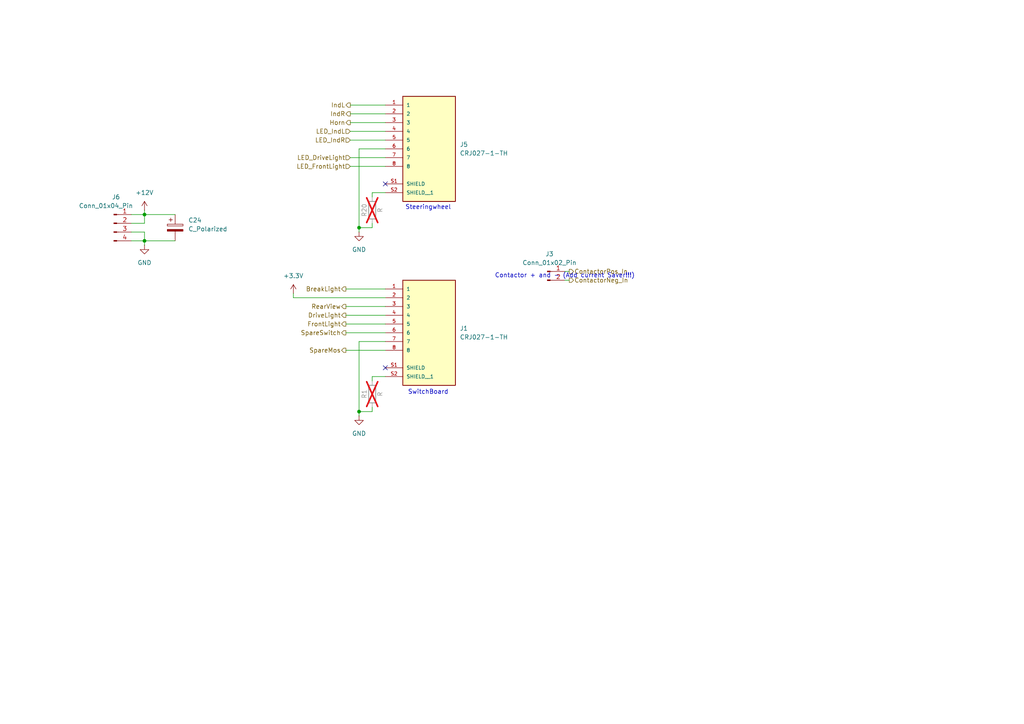
<source format=kicad_sch>
(kicad_sch
	(version 20250114)
	(generator "eeschema")
	(generator_version "9.0")
	(uuid "669bf48c-1c8e-4eb1-9404-e0154a0942ee")
	(paper "A4")
	(title_block
		(date "2025-11-06")
		(rev "1")
		(company "Solar Energy Racers")
	)
	(lib_symbols
		(symbol "Connector:Conn_01x02_Pin"
			(pin_names
				(offset 1.016)
				(hide yes)
			)
			(exclude_from_sim no)
			(in_bom yes)
			(on_board yes)
			(property "Reference" "J"
				(at 0 2.54 0)
				(effects
					(font
						(size 1.27 1.27)
					)
				)
			)
			(property "Value" "Conn_01x02_Pin"
				(at 0 -5.08 0)
				(effects
					(font
						(size 1.27 1.27)
					)
				)
			)
			(property "Footprint" ""
				(at 0 0 0)
				(effects
					(font
						(size 1.27 1.27)
					)
					(hide yes)
				)
			)
			(property "Datasheet" "~"
				(at 0 0 0)
				(effects
					(font
						(size 1.27 1.27)
					)
					(hide yes)
				)
			)
			(property "Description" "Generic connector, single row, 01x02, script generated"
				(at 0 0 0)
				(effects
					(font
						(size 1.27 1.27)
					)
					(hide yes)
				)
			)
			(property "ki_locked" ""
				(at 0 0 0)
				(effects
					(font
						(size 1.27 1.27)
					)
				)
			)
			(property "ki_keywords" "connector"
				(at 0 0 0)
				(effects
					(font
						(size 1.27 1.27)
					)
					(hide yes)
				)
			)
			(property "ki_fp_filters" "Connector*:*_1x??_*"
				(at 0 0 0)
				(effects
					(font
						(size 1.27 1.27)
					)
					(hide yes)
				)
			)
			(symbol "Conn_01x02_Pin_1_1"
				(rectangle
					(start 0.8636 0.127)
					(end 0 -0.127)
					(stroke
						(width 0.1524)
						(type default)
					)
					(fill
						(type outline)
					)
				)
				(rectangle
					(start 0.8636 -2.413)
					(end 0 -2.667)
					(stroke
						(width 0.1524)
						(type default)
					)
					(fill
						(type outline)
					)
				)
				(polyline
					(pts
						(xy 1.27 0) (xy 0.8636 0)
					)
					(stroke
						(width 0.1524)
						(type default)
					)
					(fill
						(type none)
					)
				)
				(polyline
					(pts
						(xy 1.27 -2.54) (xy 0.8636 -2.54)
					)
					(stroke
						(width 0.1524)
						(type default)
					)
					(fill
						(type none)
					)
				)
				(pin passive line
					(at 5.08 0 180)
					(length 3.81)
					(name "Pin_1"
						(effects
							(font
								(size 1.27 1.27)
							)
						)
					)
					(number "1"
						(effects
							(font
								(size 1.27 1.27)
							)
						)
					)
				)
				(pin passive line
					(at 5.08 -2.54 180)
					(length 3.81)
					(name "Pin_2"
						(effects
							(font
								(size 1.27 1.27)
							)
						)
					)
					(number "2"
						(effects
							(font
								(size 1.27 1.27)
							)
						)
					)
				)
			)
			(embedded_fonts no)
		)
		(symbol "Connector:Conn_01x04_Pin"
			(pin_names
				(offset 1.016)
				(hide yes)
			)
			(exclude_from_sim no)
			(in_bom yes)
			(on_board yes)
			(property "Reference" "J"
				(at 0 5.08 0)
				(effects
					(font
						(size 1.27 1.27)
					)
				)
			)
			(property "Value" "Conn_01x04_Pin"
				(at 0 -7.62 0)
				(effects
					(font
						(size 1.27 1.27)
					)
				)
			)
			(property "Footprint" ""
				(at 0 0 0)
				(effects
					(font
						(size 1.27 1.27)
					)
					(hide yes)
				)
			)
			(property "Datasheet" "~"
				(at 0 0 0)
				(effects
					(font
						(size 1.27 1.27)
					)
					(hide yes)
				)
			)
			(property "Description" "Generic connector, single row, 01x04, script generated"
				(at 0 0 0)
				(effects
					(font
						(size 1.27 1.27)
					)
					(hide yes)
				)
			)
			(property "ki_locked" ""
				(at 0 0 0)
				(effects
					(font
						(size 1.27 1.27)
					)
				)
			)
			(property "ki_keywords" "connector"
				(at 0 0 0)
				(effects
					(font
						(size 1.27 1.27)
					)
					(hide yes)
				)
			)
			(property "ki_fp_filters" "Connector*:*_1x??_*"
				(at 0 0 0)
				(effects
					(font
						(size 1.27 1.27)
					)
					(hide yes)
				)
			)
			(symbol "Conn_01x04_Pin_1_1"
				(rectangle
					(start 0.8636 2.667)
					(end 0 2.413)
					(stroke
						(width 0.1524)
						(type default)
					)
					(fill
						(type outline)
					)
				)
				(rectangle
					(start 0.8636 0.127)
					(end 0 -0.127)
					(stroke
						(width 0.1524)
						(type default)
					)
					(fill
						(type outline)
					)
				)
				(rectangle
					(start 0.8636 -2.413)
					(end 0 -2.667)
					(stroke
						(width 0.1524)
						(type default)
					)
					(fill
						(type outline)
					)
				)
				(rectangle
					(start 0.8636 -4.953)
					(end 0 -5.207)
					(stroke
						(width 0.1524)
						(type default)
					)
					(fill
						(type outline)
					)
				)
				(polyline
					(pts
						(xy 1.27 2.54) (xy 0.8636 2.54)
					)
					(stroke
						(width 0.1524)
						(type default)
					)
					(fill
						(type none)
					)
				)
				(polyline
					(pts
						(xy 1.27 0) (xy 0.8636 0)
					)
					(stroke
						(width 0.1524)
						(type default)
					)
					(fill
						(type none)
					)
				)
				(polyline
					(pts
						(xy 1.27 -2.54) (xy 0.8636 -2.54)
					)
					(stroke
						(width 0.1524)
						(type default)
					)
					(fill
						(type none)
					)
				)
				(polyline
					(pts
						(xy 1.27 -5.08) (xy 0.8636 -5.08)
					)
					(stroke
						(width 0.1524)
						(type default)
					)
					(fill
						(type none)
					)
				)
				(pin passive line
					(at 5.08 2.54 180)
					(length 3.81)
					(name "Pin_1"
						(effects
							(font
								(size 1.27 1.27)
							)
						)
					)
					(number "1"
						(effects
							(font
								(size 1.27 1.27)
							)
						)
					)
				)
				(pin passive line
					(at 5.08 0 180)
					(length 3.81)
					(name "Pin_2"
						(effects
							(font
								(size 1.27 1.27)
							)
						)
					)
					(number "2"
						(effects
							(font
								(size 1.27 1.27)
							)
						)
					)
				)
				(pin passive line
					(at 5.08 -2.54 180)
					(length 3.81)
					(name "Pin_3"
						(effects
							(font
								(size 1.27 1.27)
							)
						)
					)
					(number "3"
						(effects
							(font
								(size 1.27 1.27)
							)
						)
					)
				)
				(pin passive line
					(at 5.08 -5.08 180)
					(length 3.81)
					(name "Pin_4"
						(effects
							(font
								(size 1.27 1.27)
							)
						)
					)
					(number "4"
						(effects
							(font
								(size 1.27 1.27)
							)
						)
					)
				)
			)
			(embedded_fonts no)
		)
		(symbol "Device:C_Polarized"
			(pin_numbers
				(hide yes)
			)
			(pin_names
				(offset 0.254)
			)
			(exclude_from_sim no)
			(in_bom yes)
			(on_board yes)
			(property "Reference" "C"
				(at 0.635 2.54 0)
				(effects
					(font
						(size 1.27 1.27)
					)
					(justify left)
				)
			)
			(property "Value" "C_Polarized"
				(at 0.635 -2.54 0)
				(effects
					(font
						(size 1.27 1.27)
					)
					(justify left)
				)
			)
			(property "Footprint" ""
				(at 0.9652 -3.81 0)
				(effects
					(font
						(size 1.27 1.27)
					)
					(hide yes)
				)
			)
			(property "Datasheet" "~"
				(at 0 0 0)
				(effects
					(font
						(size 1.27 1.27)
					)
					(hide yes)
				)
			)
			(property "Description" "Polarized capacitor"
				(at 0 0 0)
				(effects
					(font
						(size 1.27 1.27)
					)
					(hide yes)
				)
			)
			(property "ki_keywords" "cap capacitor"
				(at 0 0 0)
				(effects
					(font
						(size 1.27 1.27)
					)
					(hide yes)
				)
			)
			(property "ki_fp_filters" "CP_*"
				(at 0 0 0)
				(effects
					(font
						(size 1.27 1.27)
					)
					(hide yes)
				)
			)
			(symbol "C_Polarized_0_1"
				(rectangle
					(start -2.286 0.508)
					(end 2.286 1.016)
					(stroke
						(width 0)
						(type default)
					)
					(fill
						(type none)
					)
				)
				(polyline
					(pts
						(xy -1.778 2.286) (xy -0.762 2.286)
					)
					(stroke
						(width 0)
						(type default)
					)
					(fill
						(type none)
					)
				)
				(polyline
					(pts
						(xy -1.27 2.794) (xy -1.27 1.778)
					)
					(stroke
						(width 0)
						(type default)
					)
					(fill
						(type none)
					)
				)
				(rectangle
					(start 2.286 -0.508)
					(end -2.286 -1.016)
					(stroke
						(width 0)
						(type default)
					)
					(fill
						(type outline)
					)
				)
			)
			(symbol "C_Polarized_1_1"
				(pin passive line
					(at 0 3.81 270)
					(length 2.794)
					(name "~"
						(effects
							(font
								(size 1.27 1.27)
							)
						)
					)
					(number "1"
						(effects
							(font
								(size 1.27 1.27)
							)
						)
					)
				)
				(pin passive line
					(at 0 -3.81 90)
					(length 2.794)
					(name "~"
						(effects
							(font
								(size 1.27 1.27)
							)
						)
					)
					(number "2"
						(effects
							(font
								(size 1.27 1.27)
							)
						)
					)
				)
			)
			(embedded_fonts no)
		)
		(symbol "Device:R"
			(pin_numbers
				(hide yes)
			)
			(pin_names
				(offset 0)
			)
			(exclude_from_sim no)
			(in_bom yes)
			(on_board yes)
			(property "Reference" "R"
				(at 2.032 0 90)
				(effects
					(font
						(size 1.27 1.27)
					)
				)
			)
			(property "Value" "R"
				(at 0 0 90)
				(effects
					(font
						(size 1.27 1.27)
					)
				)
			)
			(property "Footprint" ""
				(at -1.778 0 90)
				(effects
					(font
						(size 1.27 1.27)
					)
					(hide yes)
				)
			)
			(property "Datasheet" "~"
				(at 0 0 0)
				(effects
					(font
						(size 1.27 1.27)
					)
					(hide yes)
				)
			)
			(property "Description" "Resistor"
				(at 0 0 0)
				(effects
					(font
						(size 1.27 1.27)
					)
					(hide yes)
				)
			)
			(property "ki_keywords" "R res resistor"
				(at 0 0 0)
				(effects
					(font
						(size 1.27 1.27)
					)
					(hide yes)
				)
			)
			(property "ki_fp_filters" "R_*"
				(at 0 0 0)
				(effects
					(font
						(size 1.27 1.27)
					)
					(hide yes)
				)
			)
			(symbol "R_0_1"
				(rectangle
					(start -1.016 -2.54)
					(end 1.016 2.54)
					(stroke
						(width 0.254)
						(type default)
					)
					(fill
						(type none)
					)
				)
			)
			(symbol "R_1_1"
				(pin passive line
					(at 0 3.81 270)
					(length 1.27)
					(name "~"
						(effects
							(font
								(size 1.27 1.27)
							)
						)
					)
					(number "1"
						(effects
							(font
								(size 1.27 1.27)
							)
						)
					)
				)
				(pin passive line
					(at 0 -3.81 90)
					(length 1.27)
					(name "~"
						(effects
							(font
								(size 1.27 1.27)
							)
						)
					)
					(number "2"
						(effects
							(font
								(size 1.27 1.27)
							)
						)
					)
				)
			)
			(embedded_fonts no)
		)
		(symbol "imported_symbols_auxctrl:CRJ027-1-TH"
			(pin_names
				(offset 1.016)
			)
			(exclude_from_sim no)
			(in_bom yes)
			(on_board yes)
			(property "Reference" "J"
				(at -7.62 13.97 0)
				(effects
					(font
						(size 1.27 1.27)
					)
					(justify left bottom)
				)
			)
			(property "Value" "CRJ027-1-TH"
				(at -7.62 -19.05 0)
				(effects
					(font
						(size 1.27 1.27)
					)
					(justify left top)
				)
			)
			(property "Footprint" "CRJ027-1-TH:CUI_CRJ027-1-TH"
				(at 0 0 0)
				(effects
					(font
						(size 1.27 1.27)
					)
					(justify bottom)
					(hide yes)
				)
			)
			(property "Datasheet" ""
				(at 0 0 0)
				(effects
					(font
						(size 1.27 1.27)
					)
					(hide yes)
				)
			)
			(property "Description" ""
				(at 0 0 0)
				(effects
					(font
						(size 1.27 1.27)
					)
					(hide yes)
				)
			)
			(property "PARTREV" "1.0"
				(at 0 0 0)
				(effects
					(font
						(size 1.27 1.27)
					)
					(justify bottom)
					(hide yes)
				)
			)
			(property "STANDARD" "Manufacturer Recommendations"
				(at 0 0 0)
				(effects
					(font
						(size 1.27 1.27)
					)
					(justify bottom)
					(hide yes)
				)
			)
			(property "MAXIMUM_PACKAGE_HEIGHT" "16.55mm"
				(at 0 0 0)
				(effects
					(font
						(size 1.27 1.27)
					)
					(justify bottom)
					(hide yes)
				)
			)
			(property "MANUFACTURER" "CUI Devices"
				(at 0 0 0)
				(effects
					(font
						(size 1.27 1.27)
					)
					(justify bottom)
					(hide yes)
				)
			)
			(symbol "CRJ027-1-TH_0_0"
				(rectangle
					(start -7.62 12.7)
					(end 7.62 -17.78)
					(stroke
						(width 0.254)
						(type default)
					)
					(fill
						(type background)
					)
				)
				(pin passive line
					(at -12.7 10.16 0)
					(length 5.08)
					(name "1"
						(effects
							(font
								(size 1.016 1.016)
							)
						)
					)
					(number "1"
						(effects
							(font
								(size 1.016 1.016)
							)
						)
					)
				)
				(pin passive line
					(at -12.7 7.62 0)
					(length 5.08)
					(name "2"
						(effects
							(font
								(size 1.016 1.016)
							)
						)
					)
					(number "2"
						(effects
							(font
								(size 1.016 1.016)
							)
						)
					)
				)
				(pin passive line
					(at -12.7 5.08 0)
					(length 5.08)
					(name "3"
						(effects
							(font
								(size 1.016 1.016)
							)
						)
					)
					(number "3"
						(effects
							(font
								(size 1.016 1.016)
							)
						)
					)
				)
				(pin passive line
					(at -12.7 2.54 0)
					(length 5.08)
					(name "4"
						(effects
							(font
								(size 1.016 1.016)
							)
						)
					)
					(number "4"
						(effects
							(font
								(size 1.016 1.016)
							)
						)
					)
				)
				(pin passive line
					(at -12.7 0 0)
					(length 5.08)
					(name "5"
						(effects
							(font
								(size 1.016 1.016)
							)
						)
					)
					(number "5"
						(effects
							(font
								(size 1.016 1.016)
							)
						)
					)
				)
				(pin passive line
					(at -12.7 -2.54 0)
					(length 5.08)
					(name "6"
						(effects
							(font
								(size 1.016 1.016)
							)
						)
					)
					(number "6"
						(effects
							(font
								(size 1.016 1.016)
							)
						)
					)
				)
				(pin passive line
					(at -12.7 -5.08 0)
					(length 5.08)
					(name "7"
						(effects
							(font
								(size 1.016 1.016)
							)
						)
					)
					(number "7"
						(effects
							(font
								(size 1.016 1.016)
							)
						)
					)
				)
				(pin passive line
					(at -12.7 -7.62 0)
					(length 5.08)
					(name "8"
						(effects
							(font
								(size 1.016 1.016)
							)
						)
					)
					(number "8"
						(effects
							(font
								(size 1.016 1.016)
							)
						)
					)
				)
				(pin passive line
					(at -12.7 -12.7 0)
					(length 5.08)
					(name "SHIELD"
						(effects
							(font
								(size 1.016 1.016)
							)
						)
					)
					(number "S1"
						(effects
							(font
								(size 1.016 1.016)
							)
						)
					)
				)
				(pin passive line
					(at -12.7 -15.24 0)
					(length 5.08)
					(name "SHIELD__1"
						(effects
							(font
								(size 1.016 1.016)
							)
						)
					)
					(number "S2"
						(effects
							(font
								(size 1.016 1.016)
							)
						)
					)
				)
			)
			(embedded_fonts no)
		)
		(symbol "power:+12V"
			(power)
			(pin_numbers
				(hide yes)
			)
			(pin_names
				(offset 0)
				(hide yes)
			)
			(exclude_from_sim no)
			(in_bom yes)
			(on_board yes)
			(property "Reference" "#PWR"
				(at 0 -3.81 0)
				(effects
					(font
						(size 1.27 1.27)
					)
					(hide yes)
				)
			)
			(property "Value" "+12V"
				(at 0 3.556 0)
				(effects
					(font
						(size 1.27 1.27)
					)
				)
			)
			(property "Footprint" ""
				(at 0 0 0)
				(effects
					(font
						(size 1.27 1.27)
					)
					(hide yes)
				)
			)
			(property "Datasheet" ""
				(at 0 0 0)
				(effects
					(font
						(size 1.27 1.27)
					)
					(hide yes)
				)
			)
			(property "Description" "Power symbol creates a global label with name \"+12V\""
				(at 0 0 0)
				(effects
					(font
						(size 1.27 1.27)
					)
					(hide yes)
				)
			)
			(property "ki_keywords" "global power"
				(at 0 0 0)
				(effects
					(font
						(size 1.27 1.27)
					)
					(hide yes)
				)
			)
			(symbol "+12V_0_1"
				(polyline
					(pts
						(xy -0.762 1.27) (xy 0 2.54)
					)
					(stroke
						(width 0)
						(type default)
					)
					(fill
						(type none)
					)
				)
				(polyline
					(pts
						(xy 0 2.54) (xy 0.762 1.27)
					)
					(stroke
						(width 0)
						(type default)
					)
					(fill
						(type none)
					)
				)
				(polyline
					(pts
						(xy 0 0) (xy 0 2.54)
					)
					(stroke
						(width 0)
						(type default)
					)
					(fill
						(type none)
					)
				)
			)
			(symbol "+12V_1_1"
				(pin power_in line
					(at 0 0 90)
					(length 0)
					(name "~"
						(effects
							(font
								(size 1.27 1.27)
							)
						)
					)
					(number "1"
						(effects
							(font
								(size 1.27 1.27)
							)
						)
					)
				)
			)
			(embedded_fonts no)
		)
		(symbol "power:+3.3V"
			(power)
			(pin_numbers
				(hide yes)
			)
			(pin_names
				(offset 0)
				(hide yes)
			)
			(exclude_from_sim no)
			(in_bom yes)
			(on_board yes)
			(property "Reference" "#PWR"
				(at 0 -3.81 0)
				(effects
					(font
						(size 1.27 1.27)
					)
					(hide yes)
				)
			)
			(property "Value" "+3.3V"
				(at 0 3.556 0)
				(effects
					(font
						(size 1.27 1.27)
					)
				)
			)
			(property "Footprint" ""
				(at 0 0 0)
				(effects
					(font
						(size 1.27 1.27)
					)
					(hide yes)
				)
			)
			(property "Datasheet" ""
				(at 0 0 0)
				(effects
					(font
						(size 1.27 1.27)
					)
					(hide yes)
				)
			)
			(property "Description" "Power symbol creates a global label with name \"+3.3V\""
				(at 0 0 0)
				(effects
					(font
						(size 1.27 1.27)
					)
					(hide yes)
				)
			)
			(property "ki_keywords" "global power"
				(at 0 0 0)
				(effects
					(font
						(size 1.27 1.27)
					)
					(hide yes)
				)
			)
			(symbol "+3.3V_0_1"
				(polyline
					(pts
						(xy -0.762 1.27) (xy 0 2.54)
					)
					(stroke
						(width 0)
						(type default)
					)
					(fill
						(type none)
					)
				)
				(polyline
					(pts
						(xy 0 2.54) (xy 0.762 1.27)
					)
					(stroke
						(width 0)
						(type default)
					)
					(fill
						(type none)
					)
				)
				(polyline
					(pts
						(xy 0 0) (xy 0 2.54)
					)
					(stroke
						(width 0)
						(type default)
					)
					(fill
						(type none)
					)
				)
			)
			(symbol "+3.3V_1_1"
				(pin power_in line
					(at 0 0 90)
					(length 0)
					(name "~"
						(effects
							(font
								(size 1.27 1.27)
							)
						)
					)
					(number "1"
						(effects
							(font
								(size 1.27 1.27)
							)
						)
					)
				)
			)
			(embedded_fonts no)
		)
		(symbol "power:GND"
			(power)
			(pin_numbers
				(hide yes)
			)
			(pin_names
				(offset 0)
				(hide yes)
			)
			(exclude_from_sim no)
			(in_bom yes)
			(on_board yes)
			(property "Reference" "#PWR"
				(at 0 -6.35 0)
				(effects
					(font
						(size 1.27 1.27)
					)
					(hide yes)
				)
			)
			(property "Value" "GND"
				(at 0 -3.81 0)
				(effects
					(font
						(size 1.27 1.27)
					)
				)
			)
			(property "Footprint" ""
				(at 0 0 0)
				(effects
					(font
						(size 1.27 1.27)
					)
					(hide yes)
				)
			)
			(property "Datasheet" ""
				(at 0 0 0)
				(effects
					(font
						(size 1.27 1.27)
					)
					(hide yes)
				)
			)
			(property "Description" "Power symbol creates a global label with name \"GND\" , ground"
				(at 0 0 0)
				(effects
					(font
						(size 1.27 1.27)
					)
					(hide yes)
				)
			)
			(property "ki_keywords" "global power"
				(at 0 0 0)
				(effects
					(font
						(size 1.27 1.27)
					)
					(hide yes)
				)
			)
			(symbol "GND_0_1"
				(polyline
					(pts
						(xy 0 0) (xy 0 -1.27) (xy 1.27 -1.27) (xy 0 -2.54) (xy -1.27 -1.27) (xy 0 -1.27)
					)
					(stroke
						(width 0)
						(type default)
					)
					(fill
						(type none)
					)
				)
			)
			(symbol "GND_1_1"
				(pin power_in line
					(at 0 0 270)
					(length 0)
					(name "~"
						(effects
							(font
								(size 1.27 1.27)
							)
						)
					)
					(number "1"
						(effects
							(font
								(size 1.27 1.27)
							)
						)
					)
				)
			)
			(embedded_fonts no)
		)
	)
	(text "Steeringwheel"
		(exclude_from_sim no)
		(at 124.206 60.198 0)
		(effects
			(font
				(size 1.27 1.27)
			)
		)
		(uuid "414a9ea9-fd97-4170-a170-13f7fa656b5e")
	)
	(text "Contactor + and - (Add current Saver!!!)"
		(exclude_from_sim no)
		(at 163.83 80.01 0)
		(effects
			(font
				(size 1.27 1.27)
			)
		)
		(uuid "a13fa6ee-0ede-4cb7-a3d7-6ee8474c1836")
	)
	(text "SwitchBoard"
		(exclude_from_sim no)
		(at 124.206 113.792 0)
		(effects
			(font
				(size 1.27 1.27)
			)
		)
		(uuid "f55c33ae-341c-4a53-ab90-3845fada3409")
	)
	(junction
		(at 41.91 69.85)
		(diameter 0)
		(color 0 0 0 0)
		(uuid "1882e95c-4fae-481f-a95e-1d5376f51371")
	)
	(junction
		(at 41.91 62.23)
		(diameter 0)
		(color 0 0 0 0)
		(uuid "23605a57-a642-44ba-904d-b03e60576b93")
	)
	(junction
		(at 104.14 66.04)
		(diameter 0)
		(color 0 0 0 0)
		(uuid "7b6dc9f2-44ba-4b64-a2fd-bfa504161b99")
	)
	(junction
		(at 104.14 119.38)
		(diameter 0)
		(color 0 0 0 0)
		(uuid "c19df308-2ee5-45e1-99d9-338e8b133075")
	)
	(no_connect
		(at 111.76 53.34)
		(uuid "11c7ca83-4989-4e09-a93d-cfb5d2e45fd6")
	)
	(no_connect
		(at 111.76 106.68)
		(uuid "f644eb4a-07f3-4163-a359-5587c0de333a")
	)
	(wire
		(pts
			(xy 41.91 69.85) (xy 50.8 69.85)
		)
		(stroke
			(width 0)
			(type default)
		)
		(uuid "0298db82-969e-45a4-8496-3fd3a564bf28")
	)
	(wire
		(pts
			(xy 163.83 78.74) (xy 165.1 78.74)
		)
		(stroke
			(width 0)
			(type default)
		)
		(uuid "08e5585a-81b2-483e-b4fd-4dbeb3832328")
	)
	(wire
		(pts
			(xy 163.83 81.28) (xy 165.1 81.28)
		)
		(stroke
			(width 0)
			(type default)
		)
		(uuid "11a2705d-d64f-4343-8747-98568cab4d32")
	)
	(wire
		(pts
			(xy 100.33 96.52) (xy 111.76 96.52)
		)
		(stroke
			(width 0)
			(type default)
		)
		(uuid "142f6b59-433f-4e79-9114-c4260034193b")
	)
	(wire
		(pts
			(xy 41.91 69.85) (xy 41.91 71.12)
		)
		(stroke
			(width 0)
			(type default)
		)
		(uuid "157ec43f-0f36-4adb-ae50-4d0ee44b8055")
	)
	(wire
		(pts
			(xy 100.33 88.9) (xy 111.76 88.9)
		)
		(stroke
			(width 0)
			(type default)
		)
		(uuid "1ed94b23-a4bb-453c-aad4-e0daa3bf2fc8")
	)
	(wire
		(pts
			(xy 104.14 99.06) (xy 104.14 119.38)
		)
		(stroke
			(width 0)
			(type default)
		)
		(uuid "20f1d51d-7341-4652-988a-88d56a3eaa1d")
	)
	(wire
		(pts
			(xy 38.1 62.23) (xy 41.91 62.23)
		)
		(stroke
			(width 0)
			(type default)
		)
		(uuid "245cdd49-dd76-42c3-b63e-a7adea854d49")
	)
	(wire
		(pts
			(xy 100.33 93.98) (xy 111.76 93.98)
		)
		(stroke
			(width 0)
			(type default)
		)
		(uuid "2e0954c8-3068-4b99-b4bf-6203d8830d6a")
	)
	(wire
		(pts
			(xy 38.1 69.85) (xy 41.91 69.85)
		)
		(stroke
			(width 0)
			(type default)
		)
		(uuid "31cfb547-30e2-48e8-b9d6-e83d3130294f")
	)
	(wire
		(pts
			(xy 41.91 62.23) (xy 50.8 62.23)
		)
		(stroke
			(width 0)
			(type default)
		)
		(uuid "35ba4335-15b0-46d9-8296-af22ab231173")
	)
	(wire
		(pts
			(xy 104.14 43.18) (xy 104.14 66.04)
		)
		(stroke
			(width 0)
			(type default)
		)
		(uuid "3bd1373f-2821-4bd6-92c5-2833a47a05f3")
	)
	(wire
		(pts
			(xy 101.6 45.72) (xy 111.76 45.72)
		)
		(stroke
			(width 0)
			(type default)
		)
		(uuid "3cf159ee-53f3-4c22-a51d-601f9326cecc")
	)
	(wire
		(pts
			(xy 101.6 40.64) (xy 111.76 40.64)
		)
		(stroke
			(width 0)
			(type default)
		)
		(uuid "3d50e754-c807-4459-9efc-bd54a9a41cff")
	)
	(wire
		(pts
			(xy 107.95 119.38) (xy 107.95 118.11)
		)
		(stroke
			(width 0)
			(type default)
		)
		(uuid "41eb2518-7242-4fe2-9e75-a11000e1005a")
	)
	(wire
		(pts
			(xy 41.91 62.23) (xy 41.91 60.96)
		)
		(stroke
			(width 0)
			(type default)
		)
		(uuid "5f0de12b-ac22-42a2-872d-9ed7da923cbe")
	)
	(wire
		(pts
			(xy 101.6 38.1) (xy 111.76 38.1)
		)
		(stroke
			(width 0)
			(type default)
		)
		(uuid "65c55e2d-d306-4ba6-b44f-576bb1daeb53")
	)
	(wire
		(pts
			(xy 104.14 43.18) (xy 111.76 43.18)
		)
		(stroke
			(width 0)
			(type default)
		)
		(uuid "6e4aaf59-5558-4645-8bb0-297f19be2fa2")
	)
	(wire
		(pts
			(xy 101.6 30.48) (xy 111.76 30.48)
		)
		(stroke
			(width 0)
			(type default)
		)
		(uuid "70b0d87f-ed5f-4e75-b0b4-aef9abb325e0")
	)
	(wire
		(pts
			(xy 107.95 55.88) (xy 107.95 57.15)
		)
		(stroke
			(width 0)
			(type default)
		)
		(uuid "770eced7-d858-4b82-a8f5-0b589efe3e31")
	)
	(wire
		(pts
			(xy 101.6 35.56) (xy 111.76 35.56)
		)
		(stroke
			(width 0)
			(type default)
		)
		(uuid "827eac9f-59bd-49eb-884f-da537fd5192a")
	)
	(wire
		(pts
			(xy 100.33 83.82) (xy 111.76 83.82)
		)
		(stroke
			(width 0)
			(type default)
		)
		(uuid "92850ee4-7bc6-4e92-98f0-4e7e333a0323")
	)
	(wire
		(pts
			(xy 104.14 66.04) (xy 104.14 67.31)
		)
		(stroke
			(width 0)
			(type default)
		)
		(uuid "9890e1d3-de1c-40de-86a3-13dd1fddc207")
	)
	(wire
		(pts
			(xy 100.33 91.44) (xy 111.76 91.44)
		)
		(stroke
			(width 0)
			(type default)
		)
		(uuid "98d7ef6a-d806-4ab6-b019-456900a43f5a")
	)
	(wire
		(pts
			(xy 111.76 109.22) (xy 107.95 109.22)
		)
		(stroke
			(width 0)
			(type default)
		)
		(uuid "a249deef-d60f-4a5b-a1ec-0390fbfe5da9")
	)
	(wire
		(pts
			(xy 41.91 64.77) (xy 41.91 62.23)
		)
		(stroke
			(width 0)
			(type default)
		)
		(uuid "a780e362-b2ef-4c2c-9c5b-61a7263f2a10")
	)
	(wire
		(pts
			(xy 104.14 66.04) (xy 107.95 66.04)
		)
		(stroke
			(width 0)
			(type default)
		)
		(uuid "a94d4bfb-ebfd-4fc0-ad0d-80509e5f438f")
	)
	(wire
		(pts
			(xy 85.09 85.09) (xy 85.09 86.36)
		)
		(stroke
			(width 0)
			(type default)
		)
		(uuid "aaf6311e-9c44-41a4-a087-17efd3523e3d")
	)
	(wire
		(pts
			(xy 38.1 64.77) (xy 41.91 64.77)
		)
		(stroke
			(width 0)
			(type default)
		)
		(uuid "bae9c38b-986e-4f9d-80eb-eacaa4664cd1")
	)
	(wire
		(pts
			(xy 101.6 48.26) (xy 111.76 48.26)
		)
		(stroke
			(width 0)
			(type default)
		)
		(uuid "bc1e22b2-0d82-49f1-92c9-4d7ec9802da0")
	)
	(wire
		(pts
			(xy 104.14 119.38) (xy 104.14 120.65)
		)
		(stroke
			(width 0)
			(type default)
		)
		(uuid "c14ef77a-22e8-4c39-991d-07c0232f9cc1")
	)
	(wire
		(pts
			(xy 107.95 109.22) (xy 107.95 110.49)
		)
		(stroke
			(width 0)
			(type default)
		)
		(uuid "c243a59d-f646-45ca-b0c2-2b8bc209b89d")
	)
	(wire
		(pts
			(xy 111.76 99.06) (xy 104.14 99.06)
		)
		(stroke
			(width 0)
			(type default)
		)
		(uuid "d0d81ef4-a9c3-4176-a7c4-c2171ed7eecb")
	)
	(wire
		(pts
			(xy 100.33 101.6) (xy 111.76 101.6)
		)
		(stroke
			(width 0)
			(type default)
		)
		(uuid "d975343e-acee-4c43-b1d6-c4b7efca5f79")
	)
	(wire
		(pts
			(xy 104.14 119.38) (xy 107.95 119.38)
		)
		(stroke
			(width 0)
			(type default)
		)
		(uuid "e415a22e-6630-42d5-9eb5-5f99d0a0a7f3")
	)
	(wire
		(pts
			(xy 101.6 33.02) (xy 111.76 33.02)
		)
		(stroke
			(width 0)
			(type default)
		)
		(uuid "e4a94b06-694a-46b5-bf3f-c3498b28f82f")
	)
	(wire
		(pts
			(xy 111.76 55.88) (xy 107.95 55.88)
		)
		(stroke
			(width 0)
			(type default)
		)
		(uuid "ece801e9-ac1b-483a-a8cb-03568b2b0409")
	)
	(wire
		(pts
			(xy 41.91 67.31) (xy 41.91 69.85)
		)
		(stroke
			(width 0)
			(type default)
		)
		(uuid "f063f531-b50f-4f1b-9d59-af44b6dc2389")
	)
	(wire
		(pts
			(xy 107.95 66.04) (xy 107.95 64.77)
		)
		(stroke
			(width 0)
			(type default)
		)
		(uuid "f39ef3ae-594d-47ba-81e1-3b829827b7ec")
	)
	(wire
		(pts
			(xy 111.76 86.36) (xy 85.09 86.36)
		)
		(stroke
			(width 0)
			(type default)
		)
		(uuid "f8f5d79a-4bd5-46e7-a027-8f6f954f1dca")
	)
	(wire
		(pts
			(xy 38.1 67.31) (xy 41.91 67.31)
		)
		(stroke
			(width 0)
			(type default)
		)
		(uuid "fddfeef6-eca1-4858-bcc6-5fe132c53712")
	)
	(hierarchical_label "FrontLight"
		(shape output)
		(at 100.33 93.98 180)
		(effects
			(font
				(size 1.27 1.27)
			)
			(justify right)
		)
		(uuid "07985f89-7bec-436a-9f9f-59f4fb791422")
	)
	(hierarchical_label "LED_IndR"
		(shape input)
		(at 101.6 40.64 180)
		(effects
			(font
				(size 1.27 1.27)
			)
			(justify right)
		)
		(uuid "1610dc11-66ab-4fff-89a1-0f9e25c7f8c4")
	)
	(hierarchical_label "LED_DriveLight"
		(shape input)
		(at 101.6 45.72 180)
		(effects
			(font
				(size 1.27 1.27)
			)
			(justify right)
		)
		(uuid "1c6025fb-f49e-4e26-9777-2d6e8f555d43")
	)
	(hierarchical_label "DriveLight"
		(shape output)
		(at 100.33 91.44 180)
		(effects
			(font
				(size 1.27 1.27)
			)
			(justify right)
		)
		(uuid "44cf1079-fda0-4ae5-9ca7-ce28caace098")
	)
	(hierarchical_label "ContactorNeg_In"
		(shape output)
		(at 165.1 81.28 0)
		(effects
			(font
				(size 1.27 1.27)
			)
			(justify left)
		)
		(uuid "59ec806d-955f-42c7-93ba-f1d5eb523598")
	)
	(hierarchical_label "SpareMos"
		(shape output)
		(at 100.33 101.6 180)
		(effects
			(font
				(size 1.27 1.27)
			)
			(justify right)
		)
		(uuid "7f7e78de-32ab-4960-9380-d84b96bf22fc")
	)
	(hierarchical_label "RearView"
		(shape output)
		(at 100.33 88.9 180)
		(effects
			(font
				(size 1.27 1.27)
			)
			(justify right)
		)
		(uuid "8a2626fe-b76c-4ba2-b071-13dc4aaeaa38")
	)
	(hierarchical_label "IndL"
		(shape output)
		(at 101.6 30.48 180)
		(effects
			(font
				(size 1.27 1.27)
			)
			(justify right)
		)
		(uuid "95fab860-b9ef-4313-b862-dd377f462944")
	)
	(hierarchical_label "IndR"
		(shape output)
		(at 101.6 33.02 180)
		(effects
			(font
				(size 1.27 1.27)
			)
			(justify right)
		)
		(uuid "a2d007b9-6b55-4a26-9e35-be6752db57c4")
	)
	(hierarchical_label "ContactorPos_In"
		(shape output)
		(at 165.1 78.74 0)
		(effects
			(font
				(size 1.27 1.27)
			)
			(justify left)
		)
		(uuid "ab08ad76-c9c0-4e3b-b6bd-20f14abc9595")
	)
	(hierarchical_label "Horn"
		(shape output)
		(at 101.6 35.56 180)
		(effects
			(font
				(size 1.27 1.27)
			)
			(justify right)
		)
		(uuid "b38519db-969f-4758-afbb-38d348ac0331")
	)
	(hierarchical_label "SpareSwitch"
		(shape output)
		(at 100.33 96.52 180)
		(effects
			(font
				(size 1.27 1.27)
			)
			(justify right)
		)
		(uuid "cb420bd0-46e8-475c-9e02-b12c433f18f5")
	)
	(hierarchical_label "BreakLight"
		(shape output)
		(at 100.33 83.82 180)
		(effects
			(font
				(size 1.27 1.27)
			)
			(justify right)
		)
		(uuid "d070a960-5802-4afa-bd0f-2fafa02381dc")
	)
	(hierarchical_label "LED_FrontLight"
		(shape input)
		(at 101.6 48.26 180)
		(effects
			(font
				(size 1.27 1.27)
			)
			(justify right)
		)
		(uuid "d647d224-3408-45f0-9551-b8de1b38da8b")
	)
	(hierarchical_label "LED_IndL"
		(shape input)
		(at 101.6 38.1 180)
		(effects
			(font
				(size 1.27 1.27)
			)
			(justify right)
		)
		(uuid "f6b45c5f-6f79-42ac-8cd0-e35ca0a75d9a")
	)
	(symbol
		(lib_id "Device:R")
		(at 107.95 60.96 180)
		(unit 1)
		(exclude_from_sim no)
		(in_bom no)
		(on_board yes)
		(dnp yes)
		(uuid "076571e0-a326-427e-81b3-ec37af5ab44a")
		(property "Reference" "R20"
			(at 105.664 60.96 90)
			(effects
				(font
					(size 1.27 1.27)
				)
			)
		)
		(property "Value" "R"
			(at 110.236 60.96 90)
			(effects
				(font
					(size 1.27 1.27)
				)
			)
		)
		(property "Footprint" "Resistor_SMD:R_0603_1608Metric"
			(at 109.728 60.96 90)
			(effects
				(font
					(size 1.27 1.27)
				)
				(hide yes)
			)
		)
		(property "Datasheet" "~"
			(at 107.95 60.96 0)
			(effects
				(font
					(size 1.27 1.27)
				)
				(hide yes)
			)
		)
		(property "Description" "Resistor"
			(at 107.95 60.96 0)
			(effects
				(font
					(size 1.27 1.27)
				)
				(hide yes)
			)
		)
		(pin "1"
			(uuid "d013a8ff-e88f-423f-bd25-2998939c7d68")
		)
		(pin "2"
			(uuid "25cb635a-51bb-4b76-a291-23e0c51513d5")
		)
		(instances
			(project "ChassisBoard"
				(path "/51b3c342-1c8f-498a-a363-405f5ee5d63b/e275ad18-764c-4da2-a6c1-9ad4c8880e16"
					(reference "R20")
					(unit 1)
				)
			)
		)
	)
	(symbol
		(lib_id "Device:C_Polarized")
		(at 50.8 66.04 0)
		(unit 1)
		(exclude_from_sim no)
		(in_bom yes)
		(on_board yes)
		(dnp no)
		(fields_autoplaced yes)
		(uuid "1d20f320-467e-4ebd-87dd-6b3ac0fbab76")
		(property "Reference" "C24"
			(at 54.61 63.8809 0)
			(effects
				(font
					(size 1.27 1.27)
				)
				(justify left)
			)
		)
		(property "Value" "C_Polarized"
			(at 54.61 66.4209 0)
			(effects
				(font
					(size 1.27 1.27)
				)
				(justify left)
			)
		)
		(property "Footprint" "Capacitor_THT:CP_Radial_D8.0mm_P5.00mm"
			(at 51.7652 69.85 0)
			(effects
				(font
					(size 1.27 1.27)
				)
				(hide yes)
			)
		)
		(property "Datasheet" "~"
			(at 50.8 66.04 0)
			(effects
				(font
					(size 1.27 1.27)
				)
				(hide yes)
			)
		)
		(property "Description" "Polarized capacitor"
			(at 50.8 66.04 0)
			(effects
				(font
					(size 1.27 1.27)
				)
				(hide yes)
			)
		)
		(pin "2"
			(uuid "c0e2ef1c-f2ab-4a17-b23f-bf3abcb5de8d")
		)
		(pin "1"
			(uuid "f02cfe47-3df9-485a-82e1-1b63f623d2a3")
		)
		(instances
			(project ""
				(path "/51b3c342-1c8f-498a-a363-405f5ee5d63b/e275ad18-764c-4da2-a6c1-9ad4c8880e16"
					(reference "C24")
					(unit 1)
				)
			)
		)
	)
	(symbol
		(lib_id "Device:R")
		(at 107.95 114.3 180)
		(unit 1)
		(exclude_from_sim no)
		(in_bom no)
		(on_board yes)
		(dnp yes)
		(uuid "3384928e-0bab-4270-8c6b-a0c46e0d709b")
		(property "Reference" "R1"
			(at 105.664 114.3 90)
			(effects
				(font
					(size 1.27 1.27)
				)
			)
		)
		(property "Value" "R"
			(at 110.236 114.3 90)
			(effects
				(font
					(size 1.27 1.27)
				)
			)
		)
		(property "Footprint" "Resistor_SMD:R_0603_1608Metric"
			(at 109.728 114.3 90)
			(effects
				(font
					(size 1.27 1.27)
				)
				(hide yes)
			)
		)
		(property "Datasheet" "~"
			(at 107.95 114.3 0)
			(effects
				(font
					(size 1.27 1.27)
				)
				(hide yes)
			)
		)
		(property "Description" "Resistor"
			(at 107.95 114.3 0)
			(effects
				(font
					(size 1.27 1.27)
				)
				(hide yes)
			)
		)
		(pin "1"
			(uuid "c3a9f114-44e8-4096-ade9-b54bf8ccf83d")
		)
		(pin "2"
			(uuid "c7a8a419-ba8e-4b19-a535-ba13e4780ec0")
		)
		(instances
			(project "ChassisBoard"
				(path "/51b3c342-1c8f-498a-a363-405f5ee5d63b/e275ad18-764c-4da2-a6c1-9ad4c8880e16"
					(reference "R1")
					(unit 1)
				)
			)
		)
	)
	(symbol
		(lib_id "power:GND")
		(at 104.14 120.65 0)
		(unit 1)
		(exclude_from_sim no)
		(in_bom yes)
		(on_board yes)
		(dnp no)
		(fields_autoplaced yes)
		(uuid "371fd055-6fdc-488e-b61c-66cfa5fcad47")
		(property "Reference" "#PWR01"
			(at 104.14 127 0)
			(effects
				(font
					(size 1.27 1.27)
				)
				(hide yes)
			)
		)
		(property "Value" "GND"
			(at 104.14 125.73 0)
			(effects
				(font
					(size 1.27 1.27)
				)
			)
		)
		(property "Footprint" ""
			(at 104.14 120.65 0)
			(effects
				(font
					(size 1.27 1.27)
				)
				(hide yes)
			)
		)
		(property "Datasheet" ""
			(at 104.14 120.65 0)
			(effects
				(font
					(size 1.27 1.27)
				)
				(hide yes)
			)
		)
		(property "Description" "Power symbol creates a global label with name \"GND\" , ground"
			(at 104.14 120.65 0)
			(effects
				(font
					(size 1.27 1.27)
				)
				(hide yes)
			)
		)
		(pin "1"
			(uuid "b916d1f3-e93d-4acf-813e-f58d7ac760e2")
		)
		(instances
			(project "ChassisBoard"
				(path "/51b3c342-1c8f-498a-a363-405f5ee5d63b/e275ad18-764c-4da2-a6c1-9ad4c8880e16"
					(reference "#PWR01")
					(unit 1)
				)
			)
		)
	)
	(symbol
		(lib_id "power:GND")
		(at 41.91 71.12 0)
		(unit 1)
		(exclude_from_sim no)
		(in_bom yes)
		(on_board yes)
		(dnp no)
		(fields_autoplaced yes)
		(uuid "4d49003a-7d4c-4249-badb-499139fa0590")
		(property "Reference" "#PWR03"
			(at 41.91 77.47 0)
			(effects
				(font
					(size 1.27 1.27)
				)
				(hide yes)
			)
		)
		(property "Value" "GND"
			(at 41.91 76.2 0)
			(effects
				(font
					(size 1.27 1.27)
				)
			)
		)
		(property "Footprint" ""
			(at 41.91 71.12 0)
			(effects
				(font
					(size 1.27 1.27)
				)
				(hide yes)
			)
		)
		(property "Datasheet" ""
			(at 41.91 71.12 0)
			(effects
				(font
					(size 1.27 1.27)
				)
				(hide yes)
			)
		)
		(property "Description" "Power symbol creates a global label with name \"GND\" , ground"
			(at 41.91 71.12 0)
			(effects
				(font
					(size 1.27 1.27)
				)
				(hide yes)
			)
		)
		(pin "1"
			(uuid "9c411f1a-e613-40d4-9b08-a878c4b1d4ac")
		)
		(instances
			(project ""
				(path "/51b3c342-1c8f-498a-a363-405f5ee5d63b/e275ad18-764c-4da2-a6c1-9ad4c8880e16"
					(reference "#PWR03")
					(unit 1)
				)
			)
		)
	)
	(symbol
		(lib_id "imported_symbols_auxctrl:CRJ027-1-TH")
		(at 124.46 93.98 0)
		(unit 1)
		(exclude_from_sim no)
		(in_bom yes)
		(on_board yes)
		(dnp no)
		(fields_autoplaced yes)
		(uuid "50a4f351-7362-4de9-acf9-e93b73dc095c")
		(property "Reference" "J1"
			(at 133.35 95.2499 0)
			(effects
				(font
					(size 1.27 1.27)
				)
				(justify left)
			)
		)
		(property "Value" "CRJ027-1-TH"
			(at 133.35 97.7899 0)
			(effects
				(font
					(size 1.27 1.27)
				)
				(justify left)
			)
		)
		(property "Footprint" "imported_footprints:CUI_CRJ027-1-TH"
			(at 124.46 93.98 0)
			(effects
				(font
					(size 1.27 1.27)
				)
				(justify bottom)
				(hide yes)
			)
		)
		(property "Datasheet" ""
			(at 124.46 93.98 0)
			(effects
				(font
					(size 1.27 1.27)
				)
				(hide yes)
			)
		)
		(property "Description" ""
			(at 124.46 93.98 0)
			(effects
				(font
					(size 1.27 1.27)
				)
				(hide yes)
			)
		)
		(property "PARTREV" "1.0"
			(at 124.46 93.98 0)
			(effects
				(font
					(size 1.27 1.27)
				)
				(justify bottom)
				(hide yes)
			)
		)
		(property "STANDARD" "Manufacturer Recommendations"
			(at 124.46 93.98 0)
			(effects
				(font
					(size 1.27 1.27)
				)
				(justify bottom)
				(hide yes)
			)
		)
		(property "MAXIMUM_PACKAGE_HEIGHT" "16.55mm"
			(at 124.46 93.98 0)
			(effects
				(font
					(size 1.27 1.27)
				)
				(justify bottom)
				(hide yes)
			)
		)
		(property "MANUFACTURER" "CUI Devices"
			(at 124.46 93.98 0)
			(effects
				(font
					(size 1.27 1.27)
				)
				(justify bottom)
				(hide yes)
			)
		)
		(pin "3"
			(uuid "6d97a43e-5aa3-496a-b0f1-3cda3a90f4d8")
		)
		(pin "7"
			(uuid "cf49b500-30ab-4fe8-9251-dc597900a8b3")
		)
		(pin "S1"
			(uuid "78958086-2283-45fc-90a0-d575a3bef7c8")
		)
		(pin "S2"
			(uuid "94defd4d-7ee3-4ce8-9c8c-45fdb8f480eb")
		)
		(pin "8"
			(uuid "29e2b6a2-1d12-45a9-8ded-e443b4806273")
		)
		(pin "2"
			(uuid "103badd2-eaa2-4a28-b9dd-71ee1e5ddcaa")
		)
		(pin "4"
			(uuid "03e783d9-3a5a-4f8d-8103-e90fbc112b8f")
		)
		(pin "1"
			(uuid "14bfe9c3-3485-4cab-af30-fbfb67e7ce37")
		)
		(pin "6"
			(uuid "2ec06cbc-61bd-4d7d-b893-ececd1c9b755")
		)
		(pin "5"
			(uuid "a25160a4-a10b-401d-9b18-c44e2f20747b")
		)
		(instances
			(project "ChassisBoard"
				(path "/51b3c342-1c8f-498a-a363-405f5ee5d63b/e275ad18-764c-4da2-a6c1-9ad4c8880e16"
					(reference "J1")
					(unit 1)
				)
			)
		)
	)
	(symbol
		(lib_id "Connector:Conn_01x02_Pin")
		(at 158.75 78.74 0)
		(unit 1)
		(exclude_from_sim no)
		(in_bom yes)
		(on_board yes)
		(dnp no)
		(fields_autoplaced yes)
		(uuid "53492aaa-7ee1-4328-b5b6-76a43e2869a6")
		(property "Reference" "J3"
			(at 159.385 73.66 0)
			(effects
				(font
					(size 1.27 1.27)
				)
			)
		)
		(property "Value" "Conn_01x02_Pin"
			(at 159.385 76.2 0)
			(effects
				(font
					(size 1.27 1.27)
				)
			)
		)
		(property "Footprint" ""
			(at 158.75 78.74 0)
			(effects
				(font
					(size 1.27 1.27)
				)
				(hide yes)
			)
		)
		(property "Datasheet" "~"
			(at 158.75 78.74 0)
			(effects
				(font
					(size 1.27 1.27)
				)
				(hide yes)
			)
		)
		(property "Description" "Generic connector, single row, 01x02, script generated"
			(at 158.75 78.74 0)
			(effects
				(font
					(size 1.27 1.27)
				)
				(hide yes)
			)
		)
		(pin "2"
			(uuid "8b4830a6-c5d1-443c-852f-2c6adf32f449")
		)
		(pin "1"
			(uuid "180f2d6e-0940-478d-a4b6-9e773711e88b")
		)
		(instances
			(project ""
				(path "/51b3c342-1c8f-498a-a363-405f5ee5d63b/e275ad18-764c-4da2-a6c1-9ad4c8880e16"
					(reference "J3")
					(unit 1)
				)
			)
		)
	)
	(symbol
		(lib_id "imported_symbols_auxctrl:CRJ027-1-TH")
		(at 124.46 40.64 0)
		(unit 1)
		(exclude_from_sim no)
		(in_bom yes)
		(on_board yes)
		(dnp no)
		(fields_autoplaced yes)
		(uuid "55730fd5-cc5e-43fa-aa3f-16d715718b8d")
		(property "Reference" "J5"
			(at 133.35 41.9099 0)
			(effects
				(font
					(size 1.27 1.27)
				)
				(justify left)
			)
		)
		(property "Value" "CRJ027-1-TH"
			(at 133.35 44.4499 0)
			(effects
				(font
					(size 1.27 1.27)
				)
				(justify left)
			)
		)
		(property "Footprint" "imported_footprints:CUI_CRJ027-1-TH"
			(at 124.46 40.64 0)
			(effects
				(font
					(size 1.27 1.27)
				)
				(justify bottom)
				(hide yes)
			)
		)
		(property "Datasheet" ""
			(at 124.46 40.64 0)
			(effects
				(font
					(size 1.27 1.27)
				)
				(hide yes)
			)
		)
		(property "Description" ""
			(at 124.46 40.64 0)
			(effects
				(font
					(size 1.27 1.27)
				)
				(hide yes)
			)
		)
		(property "PARTREV" "1.0"
			(at 124.46 40.64 0)
			(effects
				(font
					(size 1.27 1.27)
				)
				(justify bottom)
				(hide yes)
			)
		)
		(property "STANDARD" "Manufacturer Recommendations"
			(at 124.46 40.64 0)
			(effects
				(font
					(size 1.27 1.27)
				)
				(justify bottom)
				(hide yes)
			)
		)
		(property "MAXIMUM_PACKAGE_HEIGHT" "16.55mm"
			(at 124.46 40.64 0)
			(effects
				(font
					(size 1.27 1.27)
				)
				(justify bottom)
				(hide yes)
			)
		)
		(property "MANUFACTURER" "CUI Devices"
			(at 124.46 40.64 0)
			(effects
				(font
					(size 1.27 1.27)
				)
				(justify bottom)
				(hide yes)
			)
		)
		(pin "3"
			(uuid "630cfdde-a423-46da-aa21-503c6b69a853")
		)
		(pin "7"
			(uuid "26d5c41e-b306-4325-8510-f0408abcddb0")
		)
		(pin "S1"
			(uuid "0444fe90-1e6f-4b3b-baa1-98d5c1237c62")
		)
		(pin "S2"
			(uuid "273a5d99-86dd-4d06-9517-32d3ddc18a75")
		)
		(pin "8"
			(uuid "0a1e6c88-4b99-4f88-9e46-8a8280ec4ae8")
		)
		(pin "2"
			(uuid "c33ce627-9deb-4b67-b364-4eb16c5fdfc8")
		)
		(pin "4"
			(uuid "e895e5e3-acf4-44b8-a9fe-7e6f98a6b62e")
		)
		(pin "1"
			(uuid "92bec2ee-352f-4b16-a59b-ea5bb8f7f00d")
		)
		(pin "6"
			(uuid "bdd8e491-b097-4d0f-b07e-208fb94c819d")
		)
		(pin "5"
			(uuid "ca9c301b-3bdc-41f7-a175-6931e1f3fe79")
		)
		(instances
			(project "ChassisBoard"
				(path "/51b3c342-1c8f-498a-a363-405f5ee5d63b/e275ad18-764c-4da2-a6c1-9ad4c8880e16"
					(reference "J5")
					(unit 1)
				)
			)
		)
	)
	(symbol
		(lib_id "Connector:Conn_01x04_Pin")
		(at 33.02 64.77 0)
		(unit 1)
		(exclude_from_sim no)
		(in_bom yes)
		(on_board yes)
		(dnp no)
		(uuid "a2fa1001-46ef-4303-9f72-21bbe818b564")
		(property "Reference" "J6"
			(at 33.655 57.15 0)
			(effects
				(font
					(size 1.27 1.27)
				)
			)
		)
		(property "Value" "Conn_01x04_Pin"
			(at 30.734 59.69 0)
			(effects
				(font
					(size 1.27 1.27)
				)
			)
		)
		(property "Footprint" ""
			(at 33.02 64.77 0)
			(effects
				(font
					(size 1.27 1.27)
				)
				(hide yes)
			)
		)
		(property "Datasheet" "~"
			(at 33.02 64.77 0)
			(effects
				(font
					(size 1.27 1.27)
				)
				(hide yes)
			)
		)
		(property "Description" "Generic connector, single row, 01x04, script generated"
			(at 33.02 64.77 0)
			(effects
				(font
					(size 1.27 1.27)
				)
				(hide yes)
			)
		)
		(pin "1"
			(uuid "cf184ef0-a01f-4b8b-a068-a99541c4f137")
		)
		(pin "2"
			(uuid "417848f9-4a70-4ade-bba7-823509eebb3c")
		)
		(pin "4"
			(uuid "03851586-db30-49af-9f61-6c64cf9bb3ab")
		)
		(pin "3"
			(uuid "e3d25265-5d1a-4428-8731-37224de8affa")
		)
		(instances
			(project ""
				(path "/51b3c342-1c8f-498a-a363-405f5ee5d63b/e275ad18-764c-4da2-a6c1-9ad4c8880e16"
					(reference "J6")
					(unit 1)
				)
			)
		)
	)
	(symbol
		(lib_id "power:GND")
		(at 104.14 67.31 0)
		(unit 1)
		(exclude_from_sim no)
		(in_bom yes)
		(on_board yes)
		(dnp no)
		(fields_autoplaced yes)
		(uuid "ccc850cf-b113-4a33-abcf-f0388c04ecd3")
		(property "Reference" "#PWR030"
			(at 104.14 73.66 0)
			(effects
				(font
					(size 1.27 1.27)
				)
				(hide yes)
			)
		)
		(property "Value" "GND"
			(at 104.14 72.39 0)
			(effects
				(font
					(size 1.27 1.27)
				)
			)
		)
		(property "Footprint" ""
			(at 104.14 67.31 0)
			(effects
				(font
					(size 1.27 1.27)
				)
				(hide yes)
			)
		)
		(property "Datasheet" ""
			(at 104.14 67.31 0)
			(effects
				(font
					(size 1.27 1.27)
				)
				(hide yes)
			)
		)
		(property "Description" "Power symbol creates a global label with name \"GND\" , ground"
			(at 104.14 67.31 0)
			(effects
				(font
					(size 1.27 1.27)
				)
				(hide yes)
			)
		)
		(pin "1"
			(uuid "abfe3c61-d01b-41c1-b9b6-10f35f06028f")
		)
		(instances
			(project "ChassisBoard"
				(path "/51b3c342-1c8f-498a-a363-405f5ee5d63b/e275ad18-764c-4da2-a6c1-9ad4c8880e16"
					(reference "#PWR030")
					(unit 1)
				)
			)
		)
	)
	(symbol
		(lib_id "power:+12V")
		(at 41.91 60.96 0)
		(unit 1)
		(exclude_from_sim no)
		(in_bom yes)
		(on_board yes)
		(dnp no)
		(fields_autoplaced yes)
		(uuid "dcf2f490-f9d8-4cdf-8dde-1d5ec4564d92")
		(property "Reference" "#PWR037"
			(at 41.91 64.77 0)
			(effects
				(font
					(size 1.27 1.27)
				)
				(hide yes)
			)
		)
		(property "Value" "+12V"
			(at 41.91 55.88 0)
			(effects
				(font
					(size 1.27 1.27)
				)
			)
		)
		(property "Footprint" ""
			(at 41.91 60.96 0)
			(effects
				(font
					(size 1.27 1.27)
				)
				(hide yes)
			)
		)
		(property "Datasheet" ""
			(at 41.91 60.96 0)
			(effects
				(font
					(size 1.27 1.27)
				)
				(hide yes)
			)
		)
		(property "Description" "Power symbol creates a global label with name \"+12V\""
			(at 41.91 60.96 0)
			(effects
				(font
					(size 1.27 1.27)
				)
				(hide yes)
			)
		)
		(pin "1"
			(uuid "3ce53cbd-389b-41e1-ad9f-5bdca7f527fb")
		)
		(instances
			(project ""
				(path "/51b3c342-1c8f-498a-a363-405f5ee5d63b/e275ad18-764c-4da2-a6c1-9ad4c8880e16"
					(reference "#PWR037")
					(unit 1)
				)
			)
		)
	)
	(symbol
		(lib_id "power:+3.3V")
		(at 85.09 85.09 0)
		(unit 1)
		(exclude_from_sim no)
		(in_bom yes)
		(on_board yes)
		(dnp no)
		(fields_autoplaced yes)
		(uuid "f24c9a29-7ec5-4b1f-9080-0c90144270f8")
		(property "Reference" "#PWR07"
			(at 85.09 88.9 0)
			(effects
				(font
					(size 1.27 1.27)
				)
				(hide yes)
			)
		)
		(property "Value" "+3.3V"
			(at 85.09 80.01 0)
			(effects
				(font
					(size 1.27 1.27)
				)
			)
		)
		(property "Footprint" ""
			(at 85.09 85.09 0)
			(effects
				(font
					(size 1.27 1.27)
				)
				(hide yes)
			)
		)
		(property "Datasheet" ""
			(at 85.09 85.09 0)
			(effects
				(font
					(size 1.27 1.27)
				)
				(hide yes)
			)
		)
		(property "Description" "Power symbol creates a global label with name \"+3.3V\""
			(at 85.09 85.09 0)
			(effects
				(font
					(size 1.27 1.27)
				)
				(hide yes)
			)
		)
		(pin "1"
			(uuid "aa069d7e-1e2f-4d3a-8781-fdd63fb0338b")
		)
		(instances
			(project ""
				(path "/51b3c342-1c8f-498a-a363-405f5ee5d63b/e275ad18-764c-4da2-a6c1-9ad4c8880e16"
					(reference "#PWR07")
					(unit 1)
				)
			)
		)
	)
)

</source>
